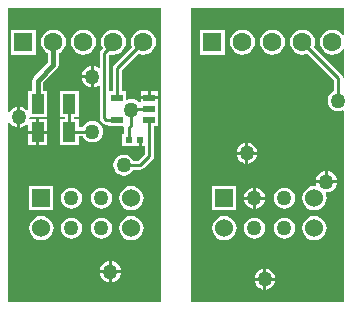
<source format=gbl>
G04*
G04 #@! TF.GenerationSoftware,Altium Limited,Altium Designer,20.2.6 (244)*
G04*
G04 Layer_Physical_Order=2*
G04 Layer_Color=16711680*
%FSLAX25Y25*%
%MOIN*%
G70*
G04*
G04 #@! TF.SameCoordinates,C884C1E4-69B8-4AE2-8FFD-ECE4C5FCCFCF*
G04*
G04*
G04 #@! TF.FilePolarity,Positive*
G04*
G01*
G75*
%ADD23R,0.04331X0.06693*%
%ADD24R,0.02362X0.01968*%
%ADD41C,0.01000*%
%ADD43C,0.01500*%
%ADD45C,0.05000*%
%ADD46C,0.06000*%
%ADD47R,0.06000X0.06000*%
%ADD48R,0.06299X0.06299*%
%ADD49C,0.06299*%
%ADD50R,0.03850X0.02200*%
G36*
X152000Y101000D02*
X101000D01*
Y160524D01*
X101217Y160628D01*
X101500Y160660D01*
X102004Y160004D01*
X102735Y159443D01*
X103586Y159090D01*
X104000Y159036D01*
Y162500D01*
Y165964D01*
X103586Y165910D01*
X102735Y165557D01*
X102004Y164996D01*
X101500Y164340D01*
X101217Y164372D01*
X101000Y164476D01*
Y199000D01*
X152000D01*
Y101000D01*
D02*
G37*
G36*
X213000Y189925D02*
X212500Y189755D01*
X211960Y190460D01*
X211093Y191125D01*
X210083Y191543D01*
X209000Y191685D01*
X207917Y191543D01*
X206907Y191125D01*
X206041Y190460D01*
X205375Y189593D01*
X204957Y188583D01*
X204815Y187500D01*
X204957Y186417D01*
X205375Y185407D01*
X206041Y184540D01*
X206907Y183875D01*
X207917Y183457D01*
X209000Y183315D01*
X210083Y183457D01*
X211093Y183875D01*
X211960Y184540D01*
X212500Y185245D01*
X213000Y185075D01*
Y175697D01*
X212500Y175648D01*
X212413Y176085D01*
X212081Y176581D01*
X202810Y185853D01*
X203043Y186417D01*
X203185Y187500D01*
X203043Y188583D01*
X202625Y189593D01*
X201959Y190460D01*
X201093Y191125D01*
X200083Y191543D01*
X199000Y191685D01*
X197917Y191543D01*
X196907Y191125D01*
X196040Y190460D01*
X195375Y189593D01*
X194957Y188583D01*
X194815Y187500D01*
X194957Y186417D01*
X195375Y185407D01*
X196040Y184540D01*
X196907Y183875D01*
X197917Y183457D01*
X199000Y183315D01*
X200083Y183457D01*
X200647Y183691D01*
X209471Y174866D01*
Y171155D01*
X209235Y171057D01*
X208504Y170496D01*
X207943Y169765D01*
X207590Y168914D01*
X207470Y168000D01*
X207590Y167086D01*
X207943Y166235D01*
X208504Y165504D01*
X209235Y164943D01*
X210086Y164590D01*
X211000Y164470D01*
X211914Y164590D01*
X212500Y164833D01*
X213000Y164524D01*
Y101000D01*
X162000D01*
Y199000D01*
X213000D01*
Y189925D01*
D02*
G37*
%LPC*%
G36*
X110150Y191650D02*
X101850D01*
Y183350D01*
X110150D01*
Y191650D01*
D02*
G37*
G36*
X146000Y191685D02*
X144917Y191543D01*
X143907Y191125D01*
X143041Y190460D01*
X142375Y189593D01*
X141957Y188583D01*
X141815Y187500D01*
X141957Y186417D01*
X142191Y185853D01*
X136169Y179831D01*
X135837Y179335D01*
X135721Y178750D01*
Y171100D01*
X134529D01*
Y183100D01*
X134744Y183298D01*
X134963Y183451D01*
X136000Y183315D01*
X137083Y183457D01*
X138093Y183875D01*
X138960Y184540D01*
X139625Y185407D01*
X140043Y186417D01*
X140185Y187500D01*
X140043Y188583D01*
X139625Y189593D01*
X138960Y190460D01*
X138093Y191125D01*
X137083Y191543D01*
X136000Y191685D01*
X134917Y191543D01*
X133907Y191125D01*
X133040Y190460D01*
X132375Y189593D01*
X131957Y188583D01*
X131815Y187500D01*
X131957Y186417D01*
X132359Y185447D01*
X131919Y185006D01*
X131587Y184510D01*
X131471Y183924D01*
Y179081D01*
X131022Y178860D01*
X130765Y179057D01*
X129914Y179410D01*
X129500Y179464D01*
Y176000D01*
Y172536D01*
X129914Y172590D01*
X130765Y172943D01*
X131022Y173140D01*
X131471Y172919D01*
Y162106D01*
X131587Y161520D01*
X131919Y161024D01*
X132504Y160438D01*
X133001Y160107D01*
X133586Y159990D01*
X134325D01*
Y159420D01*
X139185D01*
X139502Y159033D01*
X139502Y159031D01*
Y156984D01*
X138850D01*
Y153016D01*
X144468D01*
Y155000D01*
X145468D01*
Y153016D01*
X146471D01*
Y150134D01*
X144367Y148029D01*
X142655D01*
X142557Y148265D01*
X141996Y148996D01*
X141265Y149557D01*
X140414Y149910D01*
X139500Y150030D01*
X138586Y149910D01*
X137735Y149557D01*
X137004Y148996D01*
X136443Y148265D01*
X136090Y147414D01*
X135970Y146500D01*
X136090Y145586D01*
X136443Y144735D01*
X137004Y144004D01*
X137735Y143443D01*
X138586Y143090D01*
X139500Y142970D01*
X140414Y143090D01*
X141265Y143443D01*
X141996Y144004D01*
X142557Y144735D01*
X142655Y144971D01*
X145000D01*
X145585Y145087D01*
X146081Y145419D01*
X149081Y148419D01*
X149413Y148915D01*
X149529Y149500D01*
Y159420D01*
X150925D01*
Y163160D01*
Y166900D01*
Y168500D01*
X148000D01*
X145075D01*
Y167563D01*
X144575Y167394D01*
X144496Y167496D01*
X143765Y168057D01*
X142914Y168410D01*
X142000Y168530D01*
X141086Y168410D01*
X140675Y168239D01*
X140175Y168574D01*
Y171100D01*
X138779D01*
Y178117D01*
X144353Y183691D01*
X144917Y183457D01*
X146000Y183315D01*
X147083Y183457D01*
X148093Y183875D01*
X148960Y184540D01*
X149625Y185407D01*
X150043Y186417D01*
X150185Y187500D01*
X150043Y188583D01*
X149625Y189593D01*
X148960Y190460D01*
X148093Y191125D01*
X147083Y191543D01*
X146000Y191685D01*
D02*
G37*
G36*
X126000D02*
X124917Y191543D01*
X123907Y191125D01*
X123040Y190460D01*
X122375Y189593D01*
X121957Y188583D01*
X121815Y187500D01*
X121957Y186417D01*
X122375Y185407D01*
X123040Y184540D01*
X123907Y183875D01*
X124917Y183457D01*
X126000Y183315D01*
X127083Y183457D01*
X128093Y183875D01*
X128960Y184540D01*
X129625Y185407D01*
X130043Y186417D01*
X130185Y187500D01*
X130043Y188583D01*
X129625Y189593D01*
X128960Y190460D01*
X128093Y191125D01*
X127083Y191543D01*
X126000Y191685D01*
D02*
G37*
G36*
X128500Y179464D02*
X128086Y179410D01*
X127235Y179057D01*
X126504Y178496D01*
X125943Y177765D01*
X125590Y176914D01*
X125536Y176500D01*
X128500D01*
Y179464D01*
D02*
G37*
G36*
Y175500D02*
X125536D01*
X125590Y175086D01*
X125943Y174235D01*
X126504Y173504D01*
X127235Y172943D01*
X128086Y172590D01*
X128500Y172536D01*
Y175500D01*
D02*
G37*
G36*
X150925Y171100D02*
X148500D01*
Y169500D01*
X150925D01*
Y171100D01*
D02*
G37*
G36*
X147500D02*
X145075D01*
Y169500D01*
X147500D01*
Y171100D01*
D02*
G37*
G36*
X116000Y191685D02*
X114917Y191543D01*
X113907Y191125D01*
X113040Y190460D01*
X112375Y189593D01*
X111957Y188583D01*
X111815Y187500D01*
X111957Y186417D01*
X112375Y185407D01*
X113040Y184540D01*
X113907Y183875D01*
X114216Y183748D01*
Y180739D01*
X109423Y175947D01*
X109037Y175368D01*
X108901Y174685D01*
Y171346D01*
X107520D01*
Y165092D01*
X107046Y164931D01*
X106996Y164996D01*
X106265Y165557D01*
X105414Y165910D01*
X105000Y165964D01*
Y162500D01*
Y159036D01*
X105414Y159090D01*
X106265Y159443D01*
X106996Y160004D01*
X107046Y160069D01*
X107520Y159908D01*
Y158000D01*
X110185D01*
Y161846D01*
X108323D01*
X107994Y162222D01*
X108030Y162500D01*
X108165Y162654D01*
X113850D01*
Y171346D01*
X112469D01*
Y173946D01*
X117262Y178738D01*
X117648Y179317D01*
X117784Y180000D01*
X117784Y180000D01*
Y183748D01*
X118093Y183875D01*
X118959Y184540D01*
X119625Y185407D01*
X120043Y186417D01*
X120185Y187500D01*
X120043Y188583D01*
X119625Y189593D01*
X118959Y190460D01*
X118093Y191125D01*
X117083Y191543D01*
X116000Y191685D01*
D02*
G37*
G36*
X113850Y161846D02*
X111185D01*
Y158000D01*
X113850D01*
Y161846D01*
D02*
G37*
G36*
X124480Y171346D02*
X118150D01*
Y162654D01*
X119786D01*
Y161846D01*
X118150D01*
Y153154D01*
X124480D01*
Y156152D01*
X125845D01*
X125943Y155916D01*
X126504Y155185D01*
X127235Y154624D01*
X128086Y154271D01*
X129000Y154151D01*
X129914Y154271D01*
X130765Y154624D01*
X131496Y155185D01*
X132057Y155916D01*
X132410Y156767D01*
X132530Y157681D01*
X132410Y158595D01*
X132057Y159446D01*
X131496Y160177D01*
X130765Y160738D01*
X129914Y161091D01*
X129000Y161211D01*
X128086Y161091D01*
X127235Y160738D01*
X126504Y160177D01*
X125943Y159446D01*
X125845Y159211D01*
X124480D01*
Y161846D01*
X122844D01*
Y162654D01*
X124480D01*
Y171346D01*
D02*
G37*
G36*
X113850Y157000D02*
X111185D01*
Y153154D01*
X113850D01*
Y157000D01*
D02*
G37*
G36*
X110185D02*
X107520D01*
Y153154D01*
X110185D01*
Y157000D01*
D02*
G37*
G36*
X132000Y139030D02*
X131086Y138910D01*
X130235Y138557D01*
X129504Y137996D01*
X128943Y137265D01*
X128590Y136414D01*
X128470Y135500D01*
X128590Y134586D01*
X128943Y133735D01*
X129504Y133004D01*
X130235Y132443D01*
X131086Y132090D01*
X132000Y131970D01*
X132914Y132090D01*
X133765Y132443D01*
X134496Y133004D01*
X135057Y133735D01*
X135410Y134586D01*
X135530Y135500D01*
X135410Y136414D01*
X135057Y137265D01*
X134496Y137996D01*
X133765Y138557D01*
X132914Y138910D01*
X132000Y139030D01*
D02*
G37*
G36*
X122000D02*
X121086Y138910D01*
X120235Y138557D01*
X119504Y137996D01*
X118943Y137265D01*
X118590Y136414D01*
X118470Y135500D01*
X118590Y134586D01*
X118943Y133735D01*
X119504Y133004D01*
X120235Y132443D01*
X121086Y132090D01*
X122000Y131970D01*
X122914Y132090D01*
X123765Y132443D01*
X124496Y133004D01*
X125057Y133735D01*
X125410Y134586D01*
X125530Y135500D01*
X125410Y136414D01*
X125057Y137265D01*
X124496Y137996D01*
X123765Y138557D01*
X122914Y138910D01*
X122000Y139030D01*
D02*
G37*
G36*
X116000Y139500D02*
X108000D01*
Y131500D01*
X116000D01*
Y139500D01*
D02*
G37*
G36*
X142000Y139534D02*
X140956Y139397D01*
X139983Y138994D01*
X139147Y138353D01*
X138506Y137517D01*
X138103Y136544D01*
X137966Y135500D01*
X138103Y134456D01*
X138506Y133483D01*
X139147Y132647D01*
X139983Y132006D01*
X140956Y131603D01*
X142000Y131465D01*
X143044Y131603D01*
X144017Y132006D01*
X144853Y132647D01*
X145494Y133483D01*
X145897Y134456D01*
X146035Y135500D01*
X145897Y136544D01*
X145494Y137517D01*
X144853Y138353D01*
X144017Y138994D01*
X143044Y139397D01*
X142000Y139534D01*
D02*
G37*
G36*
X132000Y129030D02*
X131086Y128910D01*
X130235Y128557D01*
X129504Y127996D01*
X128943Y127265D01*
X128590Y126414D01*
X128470Y125500D01*
X128590Y124586D01*
X128943Y123735D01*
X129504Y123004D01*
X130235Y122443D01*
X131086Y122090D01*
X132000Y121970D01*
X132914Y122090D01*
X133765Y122443D01*
X134496Y123004D01*
X135057Y123735D01*
X135410Y124586D01*
X135530Y125500D01*
X135410Y126414D01*
X135057Y127265D01*
X134496Y127996D01*
X133765Y128557D01*
X132914Y128910D01*
X132000Y129030D01*
D02*
G37*
G36*
X122000D02*
X121086Y128910D01*
X120235Y128557D01*
X119504Y127996D01*
X118943Y127265D01*
X118590Y126414D01*
X118470Y125500D01*
X118590Y124586D01*
X118943Y123735D01*
X119504Y123004D01*
X120235Y122443D01*
X121086Y122090D01*
X122000Y121970D01*
X122914Y122090D01*
X123765Y122443D01*
X124496Y123004D01*
X125057Y123735D01*
X125410Y124586D01*
X125530Y125500D01*
X125410Y126414D01*
X125057Y127265D01*
X124496Y127996D01*
X123765Y128557D01*
X122914Y128910D01*
X122000Y129030D01*
D02*
G37*
G36*
X142000Y129534D02*
X140956Y129397D01*
X139983Y128994D01*
X139147Y128353D01*
X138506Y127517D01*
X138103Y126544D01*
X137966Y125500D01*
X138103Y124456D01*
X138506Y123483D01*
X139147Y122647D01*
X139983Y122006D01*
X140956Y121603D01*
X142000Y121466D01*
X143044Y121603D01*
X144017Y122006D01*
X144853Y122647D01*
X145494Y123483D01*
X145897Y124456D01*
X146035Y125500D01*
X145897Y126544D01*
X145494Y127517D01*
X144853Y128353D01*
X144017Y128994D01*
X143044Y129397D01*
X142000Y129534D01*
D02*
G37*
G36*
X112000D02*
X110956Y129397D01*
X109983Y128994D01*
X109147Y128353D01*
X108506Y127517D01*
X108103Y126544D01*
X107966Y125500D01*
X108103Y124456D01*
X108506Y123483D01*
X109147Y122647D01*
X109983Y122006D01*
X110956Y121603D01*
X112000Y121466D01*
X113044Y121603D01*
X114017Y122006D01*
X114853Y122647D01*
X115494Y123483D01*
X115897Y124456D01*
X116034Y125500D01*
X115897Y126544D01*
X115494Y127517D01*
X114853Y128353D01*
X114017Y128994D01*
X113044Y129397D01*
X112000Y129534D01*
D02*
G37*
G36*
X135500Y114464D02*
Y111500D01*
X138464D01*
X138410Y111914D01*
X138057Y112765D01*
X137496Y113496D01*
X136765Y114057D01*
X135914Y114410D01*
X135500Y114464D01*
D02*
G37*
G36*
X134500D02*
X134086Y114410D01*
X133235Y114057D01*
X132504Y113496D01*
X131943Y112765D01*
X131590Y111914D01*
X131536Y111500D01*
X134500D01*
Y114464D01*
D02*
G37*
G36*
X138464Y110500D02*
X135500D01*
Y107536D01*
X135914Y107590D01*
X136765Y107943D01*
X137496Y108504D01*
X138057Y109235D01*
X138410Y110086D01*
X138464Y110500D01*
D02*
G37*
G36*
X134500D02*
X131536D01*
X131590Y110086D01*
X131943Y109235D01*
X132504Y108504D01*
X133235Y107943D01*
X134086Y107590D01*
X134500Y107536D01*
Y110500D01*
D02*
G37*
G36*
X173150Y191650D02*
X164850D01*
Y183350D01*
X173150D01*
Y191650D01*
D02*
G37*
G36*
X189000Y191685D02*
X187917Y191543D01*
X186907Y191125D01*
X186040Y190460D01*
X185375Y189593D01*
X184957Y188583D01*
X184815Y187500D01*
X184957Y186417D01*
X185375Y185407D01*
X186040Y184540D01*
X186907Y183875D01*
X187917Y183457D01*
X189000Y183315D01*
X190083Y183457D01*
X191093Y183875D01*
X191960Y184540D01*
X192625Y185407D01*
X193043Y186417D01*
X193185Y187500D01*
X193043Y188583D01*
X192625Y189593D01*
X191960Y190460D01*
X191093Y191125D01*
X190083Y191543D01*
X189000Y191685D01*
D02*
G37*
G36*
X179000D02*
X177917Y191543D01*
X176907Y191125D01*
X176040Y190460D01*
X175375Y189593D01*
X174957Y188583D01*
X174815Y187500D01*
X174957Y186417D01*
X175375Y185407D01*
X176040Y184540D01*
X176907Y183875D01*
X177917Y183457D01*
X179000Y183315D01*
X180083Y183457D01*
X181093Y183875D01*
X181959Y184540D01*
X182625Y185407D01*
X183043Y186417D01*
X183185Y187500D01*
X183043Y188583D01*
X182625Y189593D01*
X181959Y190460D01*
X181093Y191125D01*
X180083Y191543D01*
X179000Y191685D01*
D02*
G37*
G36*
X181000Y153964D02*
Y151000D01*
X183964D01*
X183910Y151414D01*
X183557Y152265D01*
X182996Y152996D01*
X182265Y153557D01*
X181414Y153910D01*
X181000Y153964D01*
D02*
G37*
G36*
X180000D02*
X179586Y153910D01*
X178735Y153557D01*
X178004Y152996D01*
X177443Y152265D01*
X177090Y151414D01*
X177036Y151000D01*
X180000D01*
Y153964D01*
D02*
G37*
G36*
X183964Y150000D02*
X181000D01*
Y147036D01*
X181414Y147090D01*
X182265Y147443D01*
X182996Y148004D01*
X183557Y148735D01*
X183910Y149586D01*
X183964Y150000D01*
D02*
G37*
G36*
X180000D02*
X177036D01*
X177090Y149586D01*
X177443Y148735D01*
X178004Y148004D01*
X178735Y147443D01*
X179586Y147090D01*
X180000Y147036D01*
Y150000D01*
D02*
G37*
G36*
X207500Y144464D02*
Y141500D01*
X210464D01*
X210410Y141914D01*
X210057Y142765D01*
X209496Y143496D01*
X208765Y144057D01*
X207914Y144410D01*
X207500Y144464D01*
D02*
G37*
G36*
X206500D02*
X206086Y144410D01*
X205235Y144057D01*
X204504Y143496D01*
X203943Y142765D01*
X203590Y141914D01*
X203536Y141500D01*
X206500D01*
Y144464D01*
D02*
G37*
G36*
X210464Y140500D02*
X203536D01*
X203590Y140086D01*
X203675Y139883D01*
X203370Y139486D01*
X203000Y139534D01*
X201956Y139397D01*
X200983Y138994D01*
X200147Y138353D01*
X199506Y137517D01*
X199103Y136544D01*
X198966Y135500D01*
X199103Y134456D01*
X199506Y133483D01*
X200147Y132647D01*
X200983Y132006D01*
X201956Y131603D01*
X203000Y131465D01*
X204044Y131603D01*
X205017Y132006D01*
X205853Y132647D01*
X206494Y133483D01*
X206897Y134456D01*
X207034Y135500D01*
X206897Y136544D01*
X206707Y137004D01*
X206966Y137416D01*
X207052Y137477D01*
X207914Y137590D01*
X208765Y137943D01*
X209496Y138504D01*
X210057Y139235D01*
X210410Y140086D01*
X210464Y140500D01*
D02*
G37*
G36*
X183500Y138964D02*
Y136000D01*
X186464D01*
X186410Y136414D01*
X186057Y137265D01*
X185496Y137996D01*
X184765Y138557D01*
X183914Y138910D01*
X183500Y138964D01*
D02*
G37*
G36*
X182500D02*
X182086Y138910D01*
X181235Y138557D01*
X180504Y137996D01*
X179943Y137265D01*
X179590Y136414D01*
X179536Y136000D01*
X182500D01*
Y138964D01*
D02*
G37*
G36*
X186464Y135000D02*
X183500D01*
Y132036D01*
X183914Y132090D01*
X184765Y132443D01*
X185496Y133004D01*
X186057Y133735D01*
X186410Y134586D01*
X186464Y135000D01*
D02*
G37*
G36*
X182500D02*
X179536D01*
X179590Y134586D01*
X179943Y133735D01*
X180504Y133004D01*
X181235Y132443D01*
X182086Y132090D01*
X182500Y132036D01*
Y135000D01*
D02*
G37*
G36*
X193000Y139030D02*
X192086Y138910D01*
X191235Y138557D01*
X190504Y137996D01*
X189943Y137265D01*
X189590Y136414D01*
X189470Y135500D01*
X189590Y134586D01*
X189943Y133735D01*
X190504Y133004D01*
X191235Y132443D01*
X192086Y132090D01*
X193000Y131970D01*
X193914Y132090D01*
X194765Y132443D01*
X195496Y133004D01*
X196057Y133735D01*
X196410Y134586D01*
X196530Y135500D01*
X196410Y136414D01*
X196057Y137265D01*
X195496Y137996D01*
X194765Y138557D01*
X193914Y138910D01*
X193000Y139030D01*
D02*
G37*
G36*
X177000Y139500D02*
X169000D01*
Y131500D01*
X177000D01*
Y139500D01*
D02*
G37*
G36*
X193000Y129030D02*
X192086Y128910D01*
X191235Y128557D01*
X190504Y127996D01*
X189943Y127265D01*
X189590Y126414D01*
X189470Y125500D01*
X189590Y124586D01*
X189943Y123735D01*
X190504Y123004D01*
X191235Y122443D01*
X192086Y122090D01*
X193000Y121970D01*
X193914Y122090D01*
X194765Y122443D01*
X195496Y123004D01*
X196057Y123735D01*
X196410Y124586D01*
X196530Y125500D01*
X196410Y126414D01*
X196057Y127265D01*
X195496Y127996D01*
X194765Y128557D01*
X193914Y128910D01*
X193000Y129030D01*
D02*
G37*
G36*
X183000D02*
X182086Y128910D01*
X181235Y128557D01*
X180504Y127996D01*
X179943Y127265D01*
X179590Y126414D01*
X179470Y125500D01*
X179590Y124586D01*
X179943Y123735D01*
X180504Y123004D01*
X181235Y122443D01*
X182086Y122090D01*
X183000Y121970D01*
X183914Y122090D01*
X184765Y122443D01*
X185496Y123004D01*
X186057Y123735D01*
X186410Y124586D01*
X186530Y125500D01*
X186410Y126414D01*
X186057Y127265D01*
X185496Y127996D01*
X184765Y128557D01*
X183914Y128910D01*
X183000Y129030D01*
D02*
G37*
G36*
X203000Y129534D02*
X201956Y129397D01*
X200983Y128994D01*
X200147Y128353D01*
X199506Y127517D01*
X199103Y126544D01*
X198966Y125500D01*
X199103Y124456D01*
X199506Y123483D01*
X200147Y122647D01*
X200983Y122006D01*
X201956Y121603D01*
X203000Y121466D01*
X204044Y121603D01*
X205017Y122006D01*
X205853Y122647D01*
X206494Y123483D01*
X206897Y124456D01*
X207034Y125500D01*
X206897Y126544D01*
X206494Y127517D01*
X205853Y128353D01*
X205017Y128994D01*
X204044Y129397D01*
X203000Y129534D01*
D02*
G37*
G36*
X173000D02*
X171956Y129397D01*
X170983Y128994D01*
X170147Y128353D01*
X169506Y127517D01*
X169103Y126544D01*
X168965Y125500D01*
X169103Y124456D01*
X169506Y123483D01*
X170147Y122647D01*
X170983Y122006D01*
X171956Y121603D01*
X173000Y121466D01*
X174044Y121603D01*
X175017Y122006D01*
X175853Y122647D01*
X176494Y123483D01*
X176897Y124456D01*
X177034Y125500D01*
X176897Y126544D01*
X176494Y127517D01*
X175853Y128353D01*
X175017Y128994D01*
X174044Y129397D01*
X173000Y129534D01*
D02*
G37*
G36*
X187000Y111964D02*
Y109000D01*
X189964D01*
X189910Y109414D01*
X189557Y110265D01*
X188996Y110996D01*
X188265Y111557D01*
X187414Y111910D01*
X187000Y111964D01*
D02*
G37*
G36*
X186000D02*
X185586Y111910D01*
X184735Y111557D01*
X184004Y110996D01*
X183443Y110265D01*
X183090Y109414D01*
X183036Y109000D01*
X186000D01*
Y111964D01*
D02*
G37*
G36*
X189964Y108000D02*
X187000D01*
Y105036D01*
X187414Y105090D01*
X188265Y105443D01*
X188996Y106004D01*
X189557Y106735D01*
X189910Y107586D01*
X189964Y108000D01*
D02*
G37*
G36*
X186000D02*
X183036D01*
X183090Y107586D01*
X183443Y106735D01*
X184004Y106004D01*
X184735Y105443D01*
X185586Y105090D01*
X186000Y105036D01*
Y108000D01*
D02*
G37*
%LPD*%
D23*
X110685Y167000D02*
D03*
X121315D02*
D03*
X110685Y157500D02*
D03*
X121315D02*
D03*
D24*
X144968Y155000D02*
D03*
X141032D02*
D03*
D41*
X211000Y168000D02*
Y175500D01*
X199000Y187500D02*
X211000Y175500D01*
X141032Y159031D02*
X142000Y160000D01*
Y165000D01*
X141032Y155000D02*
Y159031D01*
X121315Y157500D02*
X121496Y157681D01*
X129000D01*
X121315Y157500D02*
Y167000D01*
X142260Y165260D02*
X148000D01*
X142000Y165000D02*
X142260Y165260D01*
X133000Y162106D02*
Y183924D01*
X136000Y186925D02*
Y187500D01*
X133000Y162106D02*
X133586Y161520D01*
X133000Y183924D02*
X136000Y186925D01*
X133586Y161520D02*
X137250D01*
X139500Y146500D02*
X145000D01*
X148000Y149500D02*
Y161520D01*
X145000Y146500D02*
X148000Y149500D01*
Y161520D02*
X148135Y161384D01*
X137250Y169000D02*
Y178750D01*
X146000Y187500D01*
D43*
X110685Y167000D02*
Y174685D01*
X116000Y180000D02*
Y187500D01*
X110685Y174685D02*
X116000Y180000D01*
D45*
X193000Y125500D02*
D03*
X183000D02*
D03*
Y135500D02*
D03*
X193000D02*
D03*
X132000D02*
D03*
X122000D02*
D03*
Y125500D02*
D03*
X132000D02*
D03*
X129000Y176000D02*
D03*
X139500Y146500D02*
D03*
X180500Y150500D02*
D03*
X207000Y141000D02*
D03*
X211000Y168000D02*
D03*
X186500Y108500D02*
D03*
X129000Y157681D02*
D03*
X142000Y165000D02*
D03*
X104500Y162500D02*
D03*
X135000Y111000D02*
D03*
D46*
X203000Y125500D02*
D03*
X173000D02*
D03*
X203000Y135500D02*
D03*
X142000D02*
D03*
X112000Y125500D02*
D03*
X142000D02*
D03*
D47*
X173000Y135500D02*
D03*
X112000D02*
D03*
D48*
X169000Y187500D02*
D03*
X106000D02*
D03*
D49*
X179000D02*
D03*
X189000D02*
D03*
X199000D02*
D03*
X209000D02*
D03*
X116000D02*
D03*
X126000D02*
D03*
X136000D02*
D03*
X146000D02*
D03*
D50*
X137250Y169000D02*
D03*
Y161520D02*
D03*
X148000D02*
D03*
Y165260D02*
D03*
Y169000D02*
D03*
M02*

</source>
